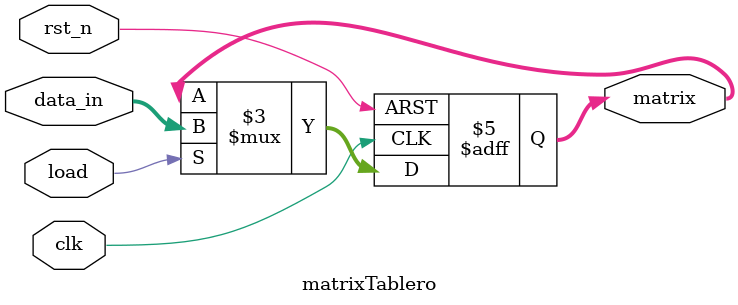
<source format=sv>



module matrixTablero (
    input logic clk,           // Señal de reloj
    input logic rst_n,         // Señal de reset activo bajo
    input logic [8:0] data_in, // Entrada de 9 bits para cargar la matriz
    input logic load,          // Señal de control para cargar nuevos datos
    output logic [8:0] matrix  // Registro de 9 bits que representa la matriz
);

    // Registro de 9 bits para almacenar la matriz
    always_ff @(posedge clk or negedge rst_n) begin
        if (!rst_n) begin
            matrix <= 9'b0;  // Restablecer la matriz a 0 cuando rst_n está activo bajo
        end
        else if (load) begin
            matrix <= data_in;  // Cargar nuevos datos cuando la señal load está alta
        end
    end
endmodule



</source>
